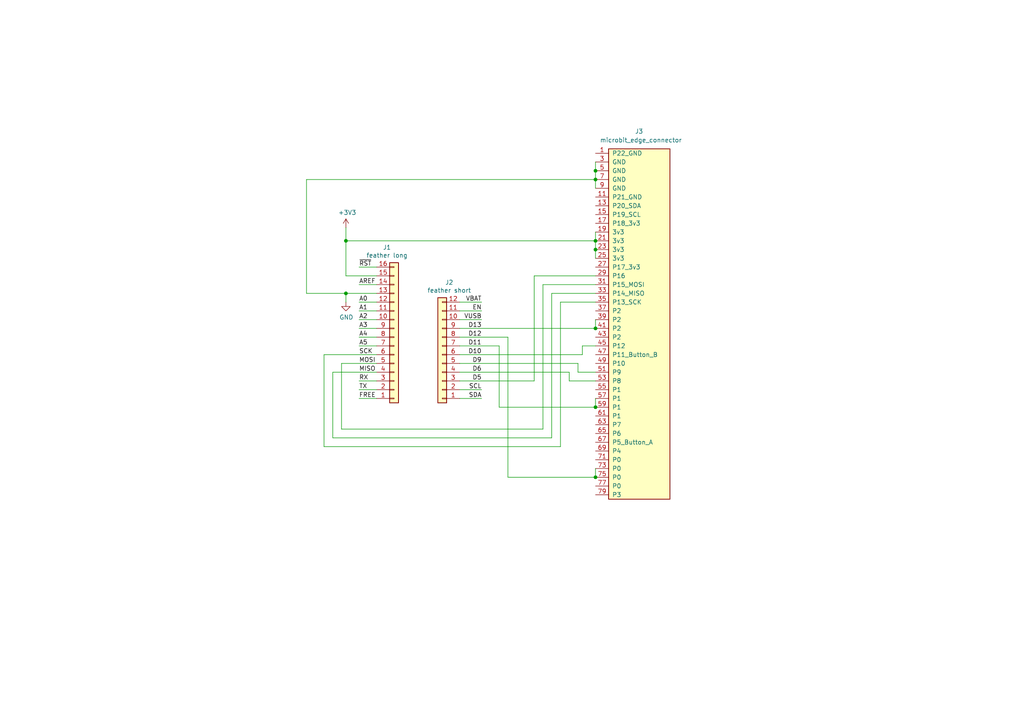
<source format=kicad_sch>
(kicad_sch (version 20211123) (generator eeschema)
  (paper "A4")
  (title_block (title "micro:bit eInk FeatherWing Adaptor") (date "2022-06-26") (rev "V1.1"))
  (lib_symbols
    (symbol "Connector_Generic:Conn_01x12" (pin_names (offset 1.016) hide)
      (property "Reference" "J" (at 0 15.24 0))
      (property "Value" "Conn_01x12" (at 0 -17.78 0))
      (symbol "Conn_01x12_1_1"
        (rectangle (start -1.27 -15.113) (end 0 -15.367) (stroke (width 0.1524)))
        (rectangle (start -1.27 -12.573) (end 0 -12.827) (stroke (width 0.1524)))
        (rectangle (start -1.27 -10.033) (end 0 -10.287) (stroke (width 0.1524)))
        (rectangle (start -1.27 -7.493) (end 0 -7.747) (stroke (width 0.1524)))
        (rectangle (start -1.27 -4.953) (end 0 -5.207) (stroke (width 0.1524)))
        (rectangle (start -1.27 -2.413) (end 0 -2.667) (stroke (width 0.1524)))
        (rectangle (start -1.27 0.127) (end 0 -0.127) (stroke (width 0.1524)))
        (rectangle (start -1.27 2.667) (end 0 2.413) (stroke (width 0.1524)))
        (rectangle (start -1.27 5.207) (end 0 4.953) (stroke (width 0.1524)))
        (rectangle (start -1.27 7.747) (end 0 7.493) (stroke (width 0.1524)))
        (rectangle (start -1.27 10.287) (end 0 10.033) (stroke (width 0.1524)))
        (rectangle (start -1.27 12.827) (end 0 12.573) (stroke (width 0.1524)))
        (rectangle (start -1.27 13.97) (end 1.27 -16.51) (stroke (width 0.254)) (fill (type background)))
        (pin passive line (at -5.08 12.7 0) (length 3.81) (name "Pin_1") (number "1"))
        (pin passive line (at -5.08 -10.16 0) (length 3.81) (name "Pin_10") (number "10"))
        (pin passive line (at -5.08 -12.7 0) (length 3.81) (name "Pin_11") (number "11"))
        (pin passive line (at -5.08 -15.24 0) (length 3.81) (name "Pin_12") (number "12"))
        (pin passive line (at -5.08 10.16 0) (length 3.81) (name "Pin_2") (number "2"))
        (pin passive line (at -5.08 7.62 0) (length 3.81) (name "Pin_3") (number "3"))
        (pin passive line (at -5.08 5.08 0) (length 3.81) (name "Pin_4") (number "4"))
        (pin passive line (at -5.08 2.54 0) (length 3.81) (name "Pin_5") (number "5"))
        (pin passive line (at -5.08 0 0) (length 3.81) (name "Pin_6") (number "6"))
        (pin passive line (at -5.08 -2.54 0) (length 3.81) (name "Pin_7") (number "7"))
        (pin passive line (at -5.08 -5.08 0) (length 3.81) (name "Pin_8") (number "8"))
        (pin passive line (at -5.08 -7.62 0) (length 3.81) (name "Pin_9") (number "9"))
      )
    )
    (symbol "Connector_Generic:Conn_01x16" (pin_names (offset 1.016) hide)
      (property "Reference" "J" (at 0 20.32 0))
      (property "Value" "Conn_01x16" (at 0 -22.86 0))
      (symbol "Conn_01x16_1_1"
        (rectangle (start -1.27 -20.193) (end 0 -20.447) (stroke (width 0.1524)))
        (rectangle (start -1.27 -17.653) (end 0 -17.907) (stroke (width 0.1524)))
        (rectangle (start -1.27 -15.113) (end 0 -15.367) (stroke (width 0.1524)))
        (rectangle (start -1.27 -12.573) (end 0 -12.827) (stroke (width 0.1524)))
        (rectangle (start -1.27 -10.033) (end 0 -10.287) (stroke (width 0.1524)))
        (rectangle (start -1.27 -7.493) (end 0 -7.747) (stroke (width 0.1524)))
        (rectangle (start -1.27 -4.953) (end 0 -5.207) (stroke (width 0.1524)))
        (rectangle (start -1.27 -2.413) (end 0 -2.667) (stroke (width 0.1524)))
        (rectangle (start -1.27 0.127) (end 0 -0.127) (stroke (width 0.1524)))
        (rectangle (start -1.27 2.667) (end 0 2.413) (stroke (width 0.1524)))
        (rectangle (start -1.27 5.207) (end 0 4.953) (stroke (width 0.1524)))
        (rectangle (start -1.27 7.747) (end 0 7.493) (stroke (width 0.1524)))
        (rectangle (start -1.27 10.287) (end 0 10.033) (stroke (width 0.1524)))
        (rectangle (start -1.27 12.827) (end 0 12.573) (stroke (width 0.1524)))
        (rectangle (start -1.27 15.367) (end 0 15.113) (stroke (width 0.1524)))
        (rectangle (start -1.27 17.907) (end 0 17.653) (stroke (width 0.1524)))
        (rectangle (start -1.27 19.05) (end 1.27 -21.59) (stroke (width 0.254)) (fill (type background)))
        (pin passive line (at -5.08 17.78 0) (length 3.81) (name "Pin_1") (number "1"))
        (pin passive line (at -5.08 -5.08 0) (length 3.81) (name "Pin_10") (number "10"))
        (pin passive line (at -5.08 -7.62 0) (length 3.81) (name "Pin_11") (number "11"))
        (pin passive line (at -5.08 -10.16 0) (length 3.81) (name "Pin_12") (number "12"))
        (pin passive line (at -5.08 -12.7 0) (length 3.81) (name "Pin_13") (number "13"))
        (pin passive line (at -5.08 -15.24 0) (length 3.81) (name "Pin_14") (number "14"))
        (pin passive line (at -5.08 -17.78 0) (length 3.81) (name "Pin_15") (number "15"))
        (pin passive line (at -5.08 -20.32 0) (length 3.81) (name "Pin_16") (number "16"))
        (pin passive line (at -5.08 15.24 0) (length 3.81) (name "Pin_2") (number "2"))
        (pin passive line (at -5.08 12.7 0) (length 3.81) (name "Pin_3") (number "3"))
        (pin passive line (at -5.08 10.16 0) (length 3.81) (name "Pin_4") (number "4"))
        (pin passive line (at -5.08 7.62 0) (length 3.81) (name "Pin_5") (number "5"))
        (pin passive line (at -5.08 5.08 0) (length 3.81) (name "Pin_6") (number "6"))
        (pin passive line (at -5.08 2.54 0) (length 3.81) (name "Pin_7") (number "7"))
        (pin passive line (at -5.08 0 0) (length 3.81) (name "Pin_8") (number "8"))
        (pin passive line (at -5.08 -2.54 0) (length 3.81) (name "Pin_9") (number "9"))
      )
    )
    (symbol "lib_microbit_connector:microbit_edge_connector" (pin_names (offset 1.016))
      (property "Reference" "J" (at 1.27 52.07 0))
      (property "Value" "microbit_edge_connector" (at 1.27 49.53 0))
      (symbol "microbit_edge_connector_0_0"
        (rectangle (start -8.89 46.99) (end 8.89 -54.61) (stroke (width 0.254)) (fill (type background)))
      )
      (symbol "microbit_edge_connector_1_1"
        (pin passive line (at 12.7 45.72 180) (length 3.81) (name "P22_GND") (number "1"))
        (pin no_connect line (at -12.7 35.56 0) (length 3.81) hide (name "~") (number "10"))
        (pin passive line (at 12.7 33.02 180) (length 3.81) (name "P21_GND") (number "11"))
        (pin no_connect line (at -12.7 33.02 0) (length 3.81) hide (name "~") (number "12"))
        (pin passive line (at 12.7 30.48 180) (length 3.81) (name "P20_SDA") (number "13"))
        (pin no_connect line (at -12.7 30.48 0) (length 3.81) hide (name "~") (number "14"))
        (pin passive line (at 12.7 27.94 180) (length 3.81) (name "P19_SCL") (number "15"))
        (pin no_connect line (at -12.7 27.94 0) (length 3.81) hide (name "~") (number "16"))
        (pin passive line (at 12.7 25.4 180) (length 3.81) (name "P18_3v3") (number "17"))
        (pin no_connect line (at -12.7 25.4 0) (length 3.81) hide (name "~") (number "18"))
        (pin passive line (at 12.7 22.86 180) (length 3.81) (name "3v3") (number "19"))
        (pin no_connect line (at -12.7 45.72 0) (length 3.81) hide (name "~") (number "2"))
        (pin no_connect line (at -12.7 22.86 0) (length 3.81) hide (name "~") (number "20"))
        (pin passive line (at 12.7 20.32 180) (length 3.81) (name "3v3") (number "21"))
        (pin no_connect line (at -12.7 20.32 0) (length 3.81) hide (name "~") (number "22"))
        (pin passive line (at 12.7 17.78 180) (length 3.81) (name "3v3") (number "23"))
        (pin no_connect line (at -12.7 17.78 0) (length 3.81) hide (name "~") (number "24"))
        (pin passive line (at 12.7 15.24 180) (length 3.81) (name "3v3") (number "25"))
        (pin no_connect line (at -12.7 15.24 0) (length 3.81) hide (name "~") (number "26"))
        (pin passive line (at 12.7 12.7 180) (length 3.81) (name "P17_3v3") (number "27"))
        (pin no_connect line (at -12.7 12.7 0) (length 3.81) hide (name "~") (number "28"))
        (pin passive line (at 12.7 10.16 180) (length 3.81) (name "P16") (number "29"))
        (pin power_in line (at 12.7 43.18 180) (length 3.81) (name "GND") (number "3"))
        (pin no_connect line (at -12.7 10.16 0) (length 3.81) hide (name "~") (number "30"))
        (pin passive line (at 12.7 7.62 180) (length 3.81) (name "P15_MOSI") (number "31"))
        (pin no_connect line (at -12.7 7.62 0) (length 3.81) hide (name "~") (number "32"))
        (pin passive line (at 12.7 5.08 180) (length 3.81) (name "P14_MISO") (number "33"))
        (pin no_connect line (at -12.7 5.08 0) (length 3.81) hide (name "~") (number "34"))
        (pin passive line (at 12.7 2.54 180) (length 3.81) (name "P13_SCK") (number "35"))
        (pin no_connect line (at -12.7 2.54 0) (length 3.81) hide (name "~") (number "36"))
        (pin passive line (at 12.7 0 180) (length 3.81) (name "P2") (number "37"))
        (pin no_connect line (at -12.7 0 0) (length 3.81) hide (name "~") (number "38"))
        (pin passive line (at 12.7 -2.54 180) (length 3.81) (name "P2") (number "39"))
        (pin no_connect line (at -12.7 43.18 0) (length 3.81) hide (name "~") (number "4"))
        (pin no_connect line (at -12.7 -2.54 0) (length 3.81) hide (name "~") (number "40"))
        (pin passive line (at 12.7 -5.08 180) (length 3.81) (name "P2") (number "41"))
        (pin no_connect line (at -12.7 -5.08 0) (length 3.81) hide (name "~") (number "42"))
        (pin passive line (at 12.7 -7.62 180) (length 3.81) (name "P2") (number "43"))
        (pin no_connect line (at -12.7 -7.62 0) (length 3.81) hide (name "~") (number "44"))
        (pin passive line (at 12.7 -10.16 180) (length 3.81) (name "P12") (number "45"))
        (pin no_connect line (at -12.7 -10.16 0) (length 3.81) hide (name "~") (number "46"))
        (pin passive line (at 12.7 -12.7 180) (length 3.81) (name "P11_Button_B") (number "47"))
        (pin no_connect line (at -12.7 -12.7 0) (length 3.81) hide (name "~") (number "48"))
        (pin passive line (at 12.7 -15.24 180) (length 3.81) (name "P10") (number "49"))
        (pin power_in line (at 12.7 40.64 180) (length 3.81) (name "GND") (number "5"))
        (pin no_connect line (at -12.7 -15.24 0) (length 3.81) hide (name "~") (number "50"))
        (pin passive line (at 12.7 -17.78 180) (length 3.81) (name "P9") (number "51"))
        (pin no_connect line (at -12.7 -17.78 0) (length 3.81) hide (name "~") (number "52"))
        (pin passive line (at 12.7 -20.32 180) (length 3.81) (name "P8") (number "53"))
        (pin no_connect line (at -12.7 -20.32 0) (length 3.81) hide (name "~") (number "54"))
        (pin passive line (at 12.7 -22.86 180) (length 3.81) (name "P1") (number "55"))
        (pin no_connect line (at -12.7 -22.86 0) (length 3.81) hide (name "~") (number "56"))
        (pin passive line (at 12.7 -25.4 180) (length 3.81) (name "P1") (number "57"))
        (pin no_connect line (at -12.7 -25.4 0) (length 3.81) hide (name "~") (number "58"))
        (pin passive line (at 12.7 -27.94 180) (length 3.81) (name "P1") (number "59"))
        (pin no_connect line (at -12.7 40.64 0) (length 3.81) hide (name "~") (number "6"))
        (pin no_connect line (at -12.7 -27.94 0) (length 3.81) hide (name "~") (number "60"))
        (pin passive line (at 12.7 -30.48 180) (length 3.81) (name "P1") (number "61"))
        (pin no_connect line (at -12.7 -30.48 0) (length 3.81) hide (name "~") (number "62"))
        (pin passive line (at 12.7 -33.02 180) (length 3.81) (name "P7") (number "63"))
        (pin no_connect line (at -12.7 -33.02 0) (length 3.81) hide (name "~") (number "64"))
        (pin passive line (at 12.7 -35.56 180) (length 3.81) (name "P6") (number "65"))
        (pin no_connect line (at -12.7 -35.56 0) (length 3.81) hide (name "~") (number "66"))
        (pin passive line (at 12.7 -38.1 180) (length 3.81) (name "P5_Button_A") (number "67"))
        (pin no_connect line (at -12.7 -38.1 0) (length 3.81) hide (name "~") (number "68"))
        (pin passive line (at 12.7 -40.64 180) (length 3.81) (name "P4") (number "69"))
        (pin power_in line (at 12.7 38.1 180) (length 3.81) (name "GND") (number "7"))
        (pin no_connect line (at -12.7 -40.64 0) (length 3.81) hide (name "~") (number "70"))
        (pin passive line (at 12.7 -43.18 180) (length 3.81) (name "P0") (number "71"))
        (pin no_connect line (at -12.7 -43.18 0) (length 3.81) hide (name "~") (number "72"))
        (pin passive line (at 12.7 -45.72 180) (length 3.81) (name "P0") (number "73"))
        (pin no_connect line (at -12.7 -45.72 0) (length 3.81) hide (name "~") (number "74"))
        (pin passive line (at 12.7 -48.26 180) (length 3.81) (name "P0") (number "75"))
        (pin no_connect line (at -12.7 -48.26 0) (length 3.81) hide (name "~") (number "76"))
        (pin passive line (at 12.7 -50.8 180) (length 3.81) (name "P0") (number "77"))
        (pin no_connect line (at -12.7 -50.8 0) (length 3.81) hide (name "~") (number "78"))
        (pin passive line (at 12.7 -53.34 180) (length 3.81) (name "P3") (number "79"))
        (pin no_connect line (at -12.7 38.1 0) (length 3.81) hide (name "~") (number "8"))
        (pin no_connect line (at -12.7 -53.34 0) (length 3.81) hide (name "~") (number "80"))
        (pin power_in line (at 12.7 35.56 180) (length 3.81) (name "GND") (number "9"))
      )
    )
    (symbol "power:+3.3V" (power) (pin_names (offset 0))
      (property "Value" "+3.3V" (at 0 3.556 0))
      (symbol "+3.3V_0_1"
        (polyline (pts (xy -0.762 1.27) (xy 0 2.54)))
        (polyline (pts (xy 0 0) (xy 0 2.54)))
        (polyline (pts (xy 0 2.54) (xy 0.762 1.27)))
      )
      (symbol "+3.3V_1_1"
        (pin power_in line (at 0 0 90) (length 0) hide (name "+3V3") (number "1"))
      )
    )
    (symbol "power:GND" (power) (pin_names (offset 0))
      (property "Value" "GND" (at 0 -3.81 0))
      (symbol "GND_0_1"
        (polyline (pts (xy 0 0) (xy 0 -1.27) (xy 1.27 -1.27) (xy 0 -2.54) (xy -1.27 -1.27) (xy 0 -1.27)))
      )
      (symbol "GND_1_1"
        (pin power_in line (at 0 0 270) (length 0) hide (name "GND") (number "1"))
      )
    )
  )
  (junction (at 172.72 69.85))
  (junction (at 172.72 49.53))
  (junction (at 172.72 72.39))
  (junction (at 172.72 52.07))
  (junction (at 100.33 69.85))
  (junction (at 172.72 95.25))
  (junction (at 100.33 85.09))
  (junction (at 172.72 118.11))
  (junction (at 172.72 138.43))
  (wire (pts (xy 104.14 82.55) (xy 109.22 82.55)))
  (wire (pts (xy 144.78 118.11) (xy 144.78 100.33)))
  (wire (pts (xy 165.1 107.95) (xy 133.35 107.95)))
  (wire (pts (xy 172.72 100.33) (xy 168.91 100.33)))
  (wire (pts (xy 168.91 102.87) (xy 133.35 102.87)))
  (wire (pts (xy 147.32 138.43) (xy 172.72 138.43)))
  (wire (pts (xy 147.32 138.43) (xy 147.32 97.79)))
  (wire (pts (xy 88.9 52.07) (xy 172.72 52.07)))
  (wire (pts (xy 162.56 87.63) (xy 162.56 129.54)))
  (wire (pts (xy 160.02 85.09) (xy 160.02 127)))
  (wire (pts (xy 104.14 100.33) (xy 109.22 100.33)))
  (wire (pts (xy 172.72 72.39) (xy 172.72 74.93)))
  (wire (pts (xy 172.72 110.49) (xy 165.1 110.49)))
  (wire (pts (xy 172.72 85.09) (xy 160.02 85.09)))
  (wire (pts (xy 100.33 69.85) (xy 100.33 80.01)))
  (wire (pts (xy 168.91 100.33) (xy 168.91 102.87)))
  (wire (pts (xy 96.52 127) (xy 96.52 107.95)))
  (wire (pts (xy 172.72 82.55) (xy 157.48 82.55)))
  (wire (pts (xy 172.72 67.31) (xy 172.72 69.85)))
  (wire (pts (xy 104.14 110.49) (xy 109.22 110.49)))
  (wire (pts (xy 172.72 135.89) (xy 172.72 138.43)))
  (wire (pts (xy 99.06 105.41) (xy 109.22 105.41)))
  (wire (pts (xy 104.14 115.57) (xy 109.22 115.57)))
  (wire (pts (xy 100.33 69.85) (xy 172.72 69.85)))
  (wire (pts (xy 133.35 115.57) (xy 139.7 115.57)))
  (wire (pts (xy 172.72 69.85) (xy 172.72 72.39)))
  (wire (pts (xy 104.14 113.03) (xy 109.22 113.03)))
  (wire (pts (xy 167.64 107.95) (xy 167.64 105.41)))
  (wire (pts (xy 157.48 124.46) (xy 99.06 124.46)))
  (wire (pts (xy 133.35 90.17) (xy 139.7 90.17)))
  (wire (pts (xy 165.1 110.49) (xy 165.1 107.95)))
  (wire (pts (xy 104.14 90.17) (xy 109.22 90.17)))
  (wire (pts (xy 133.35 87.63) (xy 139.7 87.63)))
  (wire (pts (xy 133.35 97.79) (xy 147.32 97.79)))
  (wire (pts (xy 100.33 87.63) (xy 100.33 85.09)))
  (wire (pts (xy 133.35 92.71) (xy 139.7 92.71)))
  (wire (pts (xy 172.72 80.01) (xy 154.94 80.01)))
  (wire (pts (xy 88.9 85.09) (xy 100.33 85.09)))
  (wire (pts (xy 133.35 113.03) (xy 139.7 113.03)))
  (wire (pts (xy 104.14 87.63) (xy 109.22 87.63)))
  (wire (pts (xy 96.52 107.95) (xy 109.22 107.95)))
  (wire (pts (xy 104.14 77.47) (xy 109.22 77.47)))
  (wire (pts (xy 133.35 105.41) (xy 167.64 105.41)))
  (wire (pts (xy 104.14 92.71) (xy 109.22 92.71)))
  (wire (pts (xy 93.98 129.54) (xy 93.98 102.87)))
  (wire (pts (xy 99.06 124.46) (xy 99.06 105.41)))
  (wire (pts (xy 162.56 129.54) (xy 93.98 129.54)))
  (wire (pts (xy 104.14 95.25) (xy 109.22 95.25)))
  (wire (pts (xy 172.72 92.71) (xy 172.72 95.25)))
  (wire (pts (xy 154.94 80.01) (xy 154.94 110.49)))
  (wire (pts (xy 172.72 46.99) (xy 172.72 49.53)))
  (wire (pts (xy 88.9 52.07) (xy 88.9 85.09)))
  (wire (pts (xy 172.72 107.95) (xy 167.64 107.95)))
  (wire (pts (xy 172.72 52.07) (xy 172.72 54.61)))
  (wire (pts (xy 172.72 115.57) (xy 172.72 118.11)))
  (wire (pts (xy 100.33 85.09) (xy 109.22 85.09)))
  (wire (pts (xy 104.14 97.79) (xy 109.22 97.79)))
  (wire (pts (xy 160.02 127) (xy 96.52 127)))
  (wire (pts (xy 133.35 110.49) (xy 154.94 110.49)))
  (wire (pts (xy 100.33 66.04) (xy 100.33 69.85)))
  (wire (pts (xy 133.35 100.33) (xy 144.78 100.33)))
  (wire (pts (xy 93.98 102.87) (xy 109.22 102.87)))
  (wire (pts (xy 133.35 95.25) (xy 172.72 95.25)))
  (wire (pts (xy 172.72 49.53) (xy 172.72 52.07)))
  (wire (pts (xy 157.48 82.55) (xy 157.48 124.46)))
  (wire (pts (xy 172.72 87.63) (xy 162.56 87.63)))
  (wire (pts (xy 100.33 80.01) (xy 109.22 80.01)))
  (wire (pts (xy 172.72 118.11) (xy 144.78 118.11)))
  (label "A3" (at 104.14 95.25 0))
  (label "A0" (at 104.14 87.63 0))
  (label "MISO" (at 104.14 107.95 0))
  (label "~{RST}" (at 104.14 77.47 0))
  (label "FREE" (at 104.14 115.57 0))
  (label "TX" (at 104.14 113.03 0))
  (label "D13" (at 139.7 95.25 180))
  (label "A4" (at 104.14 97.79 0))
  (label "D5" (at 139.7 110.49 180))
  (label "SCK" (at 104.14 102.87 0))
  (label "A5" (at 104.14 100.33 0))
  (label "SDA" (at 139.7 115.57 180))
  (label "RX" (at 104.14 110.49 0))
  (label "VBAT" (at 139.7 87.63 180))
  (label "SCL" (at 139.7 113.03 180))
  (label "D10" (at 139.7 102.87 180))
  (label "D12" (at 139.7 97.79 180))
  (label "EN" (at 139.7 90.17 180))
  (label "D9" (at 139.7 105.41 180))
  (label "MOSI" (at 104.14 105.41 0))
  (label "D6" (at 139.7 107.95 180))
  (label "D11" (at 139.7 100.33 180))
  (label "VUSB" (at 139.7 92.71 180))
  (label "AREF" (at 104.14 82.55 0))
  (label "A2" (at 104.14 92.71 0))
  (label "A1" (at 104.14 90.17 0))
  (symbol (lib_id "Connector_Generic:Conn_01x16") (at 114.3 97.79 0) (mirror x) (unit 1)
    (property "Reference" "J1" (at 112.2426 71.755 0))
    (property "Value" "feather long" (at 112.2426 74.0664 0))
    (property "Footprint" "Connector_PinHeader_2.54mm:PinHeader_1x16_P2.54mm_Vertical" (effects hide))
  )
  (symbol (lib_id "Connector_Generic:Conn_01x12") (at 128.27 102.87 180) (unit 1)
    (property "Reference" "J2" (at 130.302 81.915 0))
    (property "Value" "feather short" (at 130.302 84.2264 0))
    (property "Footprint" "Connector_PinHeader_2.54mm:PinHeader_1x12_P2.54mm_Vertical" (effects hide))
  )
  (symbol (lib_id "power:+3.3V") (at 100.33 66.04 0) (unit 1)
    (property "Reference" "#PWR01" (effects hide))
    (property "Value" "+3.3V" (at 100.711 61.6458 0))
  )
  (symbol (lib_id "power:GND") (at 100.33 87.63 0) (unit 1)
    (property "Reference" "#PWR02" (effects hide))
    (property "Value" "GND" (at 100.457 92.0242 0))
  )
  (symbol (lib_id "lib_microbit_connector:microbit_edge_connector") (at 185.42 90.17 0) (mirror y) (unit 1)
    (property "Reference" "J3" (at 184.15 38.1 0) (effects (justify right)))
    (property "Value" "microbit_edge_connector" (at 173.99 40.64 0) (effects (justify right)))
    (property "Footprint" "Connector_PCBEdge:4UCON_10156_2x40_P1.27mm_Socket_Horizontal" (effects hide))
    (property "Datasheet" "https://www.microbit.co.uk/device/pins" (effects hide))
  )
)
</source>
